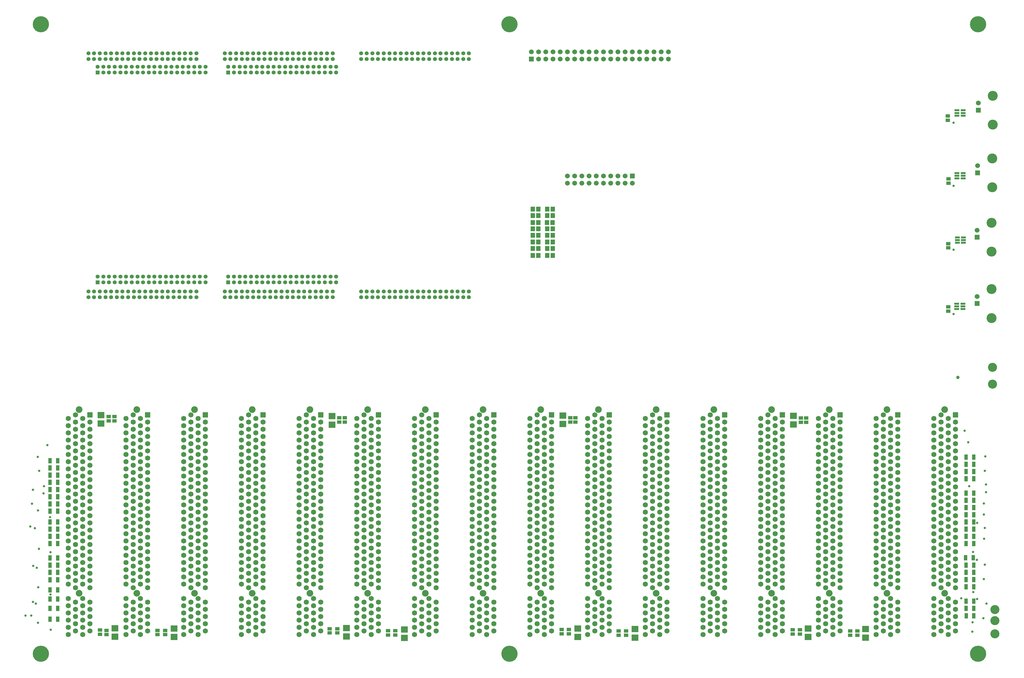
<source format=gts>
%FSLAX25Y25*%
%MOIN*%
G70*
G01*
G75*
G04 Layer_Color=8388736*
%ADD10R,0.05512X0.05906*%
%ADD11R,0.05512X0.04331*%
%ADD12R,0.05709X0.02165*%
%ADD13R,0.05709X0.02165*%
%ADD14R,0.04331X0.06693*%
%ADD15R,0.08661X0.07874*%
%ADD16C,0.00500*%
%ADD17C,0.01181*%
%ADD18C,0.01969*%
%ADD19C,0.04724*%
%ADD20R,0.04724X0.04724*%
%ADD21R,0.05906X0.05906*%
%ADD22C,0.05906*%
%ADD23C,0.12992*%
%ADD24C,0.11811*%
%ADD25R,0.06378X0.06378*%
%ADD26C,0.06378*%
%ADD27C,0.08425*%
%ADD28C,0.21654*%
%ADD29C,0.02362*%
%ADD30C,0.03937*%
%ADD31O,0.08661X0.02362*%
%ADD32R,0.04331X0.05512*%
%ADD33C,0.00787*%
%ADD34C,0.00394*%
%ADD35C,0.00098*%
%ADD36C,0.00984*%
%ADD37C,0.01000*%
%ADD38C,0.00098*%
%ADD39C,0.00800*%
%ADD40C,0.00591*%
%ADD41R,0.06312X0.06706*%
%ADD42R,0.06312X0.05131*%
%ADD43R,0.06509X0.02965*%
%ADD44R,0.06509X0.02965*%
%ADD45R,0.05131X0.07493*%
%ADD46R,0.09461X0.08674*%
%ADD47C,0.05524*%
%ADD48R,0.05524X0.05524*%
%ADD49R,0.06706X0.06706*%
%ADD50C,0.06706*%
%ADD51C,0.13792*%
%ADD52C,0.12611*%
%ADD53R,0.07178X0.07178*%
%ADD54C,0.07178*%
%ADD55C,0.09225*%
%ADD56C,0.22453*%
%ADD57C,0.03162*%
%ADD58C,0.04737*%
D41*
X898819Y924409D02*
D03*
X906693D02*
D03*
X898819Y888189D02*
D03*
X906693D02*
D03*
X898819Y915354D02*
D03*
X906693D02*
D03*
X898819Y878740D02*
D03*
X906693D02*
D03*
X898819Y869685D02*
D03*
X906693D02*
D03*
X898425Y905906D02*
D03*
X906299D02*
D03*
X898819Y860236D02*
D03*
X906693D02*
D03*
X898819Y897244D02*
D03*
X906693D02*
D03*
X886614Y860236D02*
D03*
X878740D02*
D03*
X886614Y869685D02*
D03*
X878740D02*
D03*
X886614Y878740D02*
D03*
X878740D02*
D03*
X886614Y888189D02*
D03*
X878740D02*
D03*
X886614Y897244D02*
D03*
X878740D02*
D03*
X886614Y905906D02*
D03*
X878740D02*
D03*
X886614Y915354D02*
D03*
X878740D02*
D03*
X886614Y924409D02*
D03*
X878740D02*
D03*
D42*
X1454724Y782874D02*
D03*
Y788779D02*
D03*
Y870669D02*
D03*
Y876575D02*
D03*
X1454331Y1047835D02*
D03*
Y1053740D02*
D03*
X1455118Y960433D02*
D03*
Y966339D02*
D03*
X298819Y636417D02*
D03*
Y630512D02*
D03*
X618110Y634842D02*
D03*
Y628937D02*
D03*
X937795Y634842D02*
D03*
Y628937D02*
D03*
X1257874Y634449D02*
D03*
Y628543D02*
D03*
X1318898Y338779D02*
D03*
Y332874D02*
D03*
X1239370Y334449D02*
D03*
Y340354D02*
D03*
X998032Y338779D02*
D03*
Y332874D02*
D03*
X918898Y334842D02*
D03*
Y340748D02*
D03*
X678346Y339173D02*
D03*
Y333268D02*
D03*
X597244Y336024D02*
D03*
Y341929D02*
D03*
X358661Y339567D02*
D03*
Y333661D02*
D03*
X287795Y333661D02*
D03*
Y339567D02*
D03*
X1250394Y634449D02*
D03*
Y628543D02*
D03*
X930709Y634842D02*
D03*
Y628937D02*
D03*
X610630Y634842D02*
D03*
Y628937D02*
D03*
X290945Y636417D02*
D03*
Y630512D02*
D03*
X1328740Y338779D02*
D03*
Y332874D02*
D03*
X1249213Y334449D02*
D03*
Y340354D02*
D03*
X1008268Y338779D02*
D03*
Y332874D02*
D03*
X928740Y334842D02*
D03*
Y340748D02*
D03*
X688189Y339173D02*
D03*
Y333268D02*
D03*
X607874Y336024D02*
D03*
Y341929D02*
D03*
X369291Y339567D02*
D03*
Y333661D02*
D03*
X278740Y334055D02*
D03*
Y339961D02*
D03*
D43*
X1467027Y1054134D02*
D03*
Y1057874D02*
D03*
Y1061614D02*
D03*
X1475492D02*
D03*
Y1057874D02*
D03*
X1467027Y967126D02*
D03*
Y970866D02*
D03*
Y974606D02*
D03*
X1475492D02*
D03*
Y970866D02*
D03*
X1467421Y877756D02*
D03*
Y881496D02*
D03*
Y885236D02*
D03*
X1475886D02*
D03*
Y881496D02*
D03*
X1466634Y785630D02*
D03*
Y789370D02*
D03*
Y793110D02*
D03*
X1475098D02*
D03*
Y789370D02*
D03*
D44*
X1475492Y1054134D02*
D03*
Y967126D02*
D03*
X1475886Y877756D02*
D03*
X1475098Y785630D02*
D03*
D45*
X1479724Y359842D02*
D03*
X1490354D02*
D03*
X1490315Y370000D02*
D03*
X1479685D02*
D03*
Y380000D02*
D03*
X1490315D02*
D03*
Y400000D02*
D03*
X1479685D02*
D03*
X1490315Y410000D02*
D03*
X1479685D02*
D03*
Y420000D02*
D03*
X1490315D02*
D03*
Y430000D02*
D03*
X1479685D02*
D03*
X1478937Y440551D02*
D03*
X1489567D02*
D03*
X1490315Y470000D02*
D03*
X1479685D02*
D03*
Y460000D02*
D03*
X1490315D02*
D03*
X1479685Y480000D02*
D03*
X1490315D02*
D03*
X1479685Y490000D02*
D03*
X1490315D02*
D03*
Y500000D02*
D03*
X1479685D02*
D03*
Y510000D02*
D03*
X1490315D02*
D03*
Y520000D02*
D03*
X1479685D02*
D03*
Y530000D02*
D03*
X1490315D02*
D03*
Y550000D02*
D03*
X1479685D02*
D03*
Y560000D02*
D03*
X1490315D02*
D03*
Y570000D02*
D03*
X1479685D02*
D03*
Y580000D02*
D03*
X1490315D02*
D03*
X209685Y355000D02*
D03*
X220315D02*
D03*
X209685Y370000D02*
D03*
X220315D02*
D03*
X220276Y395669D02*
D03*
X209646D02*
D03*
X220276Y383071D02*
D03*
X209646D02*
D03*
X220276Y409842D02*
D03*
X209646D02*
D03*
X209685Y420000D02*
D03*
X220315D02*
D03*
X209685Y430000D02*
D03*
X220315D02*
D03*
X209685Y440000D02*
D03*
X220315D02*
D03*
Y460000D02*
D03*
X209685D02*
D03*
Y470000D02*
D03*
X220315D02*
D03*
Y480000D02*
D03*
X209685D02*
D03*
Y490000D02*
D03*
X220315D02*
D03*
Y505000D02*
D03*
X209685D02*
D03*
Y515000D02*
D03*
X220315D02*
D03*
Y525000D02*
D03*
X209685D02*
D03*
X220315Y545000D02*
D03*
X209685D02*
D03*
Y535000D02*
D03*
X220315D02*
D03*
X209685Y555000D02*
D03*
X220315D02*
D03*
Y565000D02*
D03*
X209685D02*
D03*
Y575000D02*
D03*
X220315D02*
D03*
D46*
X280315Y626772D02*
D03*
Y638583D02*
D03*
X600394Y625197D02*
D03*
Y637008D02*
D03*
X920472Y625984D02*
D03*
Y637795D02*
D03*
X1240158Y625591D02*
D03*
Y637402D02*
D03*
X1340158Y329528D02*
D03*
Y341339D02*
D03*
X1260630Y342126D02*
D03*
Y330315D02*
D03*
X1020472Y329528D02*
D03*
Y341339D02*
D03*
X941339Y342126D02*
D03*
Y330315D02*
D03*
X700787Y329134D02*
D03*
Y340945D02*
D03*
X620472Y342913D02*
D03*
Y331102D02*
D03*
X381496Y330315D02*
D03*
Y342126D02*
D03*
X299606Y342520D02*
D03*
Y330709D02*
D03*
D47*
X317913Y1140748D02*
D03*
Y1132874D02*
D03*
X310039Y1140748D02*
D03*
Y1132874D02*
D03*
X302165D02*
D03*
Y1140748D02*
D03*
X278543D02*
D03*
Y1132874D02*
D03*
X286417D02*
D03*
Y1140748D02*
D03*
X294291Y1132874D02*
D03*
Y1140748D02*
D03*
X262795Y1132874D02*
D03*
Y1140748D02*
D03*
X270669Y1132874D02*
D03*
Y1140748D02*
D03*
X341535D02*
D03*
Y1132874D02*
D03*
X333661Y1140748D02*
D03*
Y1132874D02*
D03*
X325787D02*
D03*
Y1140748D02*
D03*
X365158D02*
D03*
Y1132874D02*
D03*
X357283Y1140748D02*
D03*
Y1132874D02*
D03*
X349410D02*
D03*
Y1140748D02*
D03*
X388779D02*
D03*
Y1132874D02*
D03*
X380906Y1140748D02*
D03*
Y1132874D02*
D03*
X373031D02*
D03*
Y1140748D02*
D03*
X396654D02*
D03*
Y1132874D02*
D03*
X404528D02*
D03*
Y1140748D02*
D03*
X412402Y1132874D02*
D03*
Y1140748D02*
D03*
X506890D02*
D03*
Y1132874D02*
D03*
X499016Y1140748D02*
D03*
Y1132874D02*
D03*
X491142D02*
D03*
Y1140748D02*
D03*
X467520D02*
D03*
Y1132874D02*
D03*
X475394D02*
D03*
Y1140748D02*
D03*
X483268Y1132874D02*
D03*
Y1140748D02*
D03*
X451772Y1132874D02*
D03*
Y1140748D02*
D03*
X459646Y1132874D02*
D03*
Y1140748D02*
D03*
X530512D02*
D03*
Y1132874D02*
D03*
X522638Y1140748D02*
D03*
Y1132874D02*
D03*
X514764D02*
D03*
Y1140748D02*
D03*
X554134D02*
D03*
Y1132874D02*
D03*
X546260Y1140748D02*
D03*
Y1132874D02*
D03*
X538386D02*
D03*
Y1140748D02*
D03*
X577756D02*
D03*
Y1132874D02*
D03*
X569882Y1140748D02*
D03*
Y1132874D02*
D03*
X562008D02*
D03*
Y1140748D02*
D03*
X585630D02*
D03*
Y1132874D02*
D03*
X593504D02*
D03*
Y1140748D02*
D03*
X601378Y1132874D02*
D03*
Y1140748D02*
D03*
X790354D02*
D03*
Y1132874D02*
D03*
X782480Y1140748D02*
D03*
Y1132874D02*
D03*
X774606D02*
D03*
Y1140748D02*
D03*
X750984D02*
D03*
Y1132874D02*
D03*
X758858D02*
D03*
Y1140748D02*
D03*
X766732Y1132874D02*
D03*
Y1140748D02*
D03*
X727362D02*
D03*
Y1132874D02*
D03*
X735236D02*
D03*
Y1140748D02*
D03*
X743110Y1132874D02*
D03*
Y1140748D02*
D03*
X703740D02*
D03*
Y1132874D02*
D03*
X711614D02*
D03*
Y1140748D02*
D03*
X719488Y1132874D02*
D03*
Y1140748D02*
D03*
X648622D02*
D03*
Y1132874D02*
D03*
X640748Y1140748D02*
D03*
Y1132874D02*
D03*
X672244Y1140748D02*
D03*
Y1132874D02*
D03*
X664370Y1140748D02*
D03*
Y1132874D02*
D03*
X656496D02*
D03*
Y1140748D02*
D03*
X680118D02*
D03*
Y1132874D02*
D03*
X687992D02*
D03*
Y1140748D02*
D03*
X695866Y1132874D02*
D03*
Y1140748D02*
D03*
X357283Y802165D02*
D03*
Y810039D02*
D03*
X365158Y802165D02*
D03*
Y810039D02*
D03*
X373031D02*
D03*
Y802165D02*
D03*
X396654D02*
D03*
Y810039D02*
D03*
X388779D02*
D03*
Y802165D02*
D03*
X380906Y810039D02*
D03*
Y802165D02*
D03*
X412402Y810039D02*
D03*
Y802165D02*
D03*
X404528Y810039D02*
D03*
Y802165D02*
D03*
X333661D02*
D03*
Y810039D02*
D03*
X341535Y802165D02*
D03*
Y810039D02*
D03*
X349409D02*
D03*
Y802165D02*
D03*
X310039D02*
D03*
Y810039D02*
D03*
X317913Y802165D02*
D03*
Y810039D02*
D03*
X325787D02*
D03*
Y802165D02*
D03*
X286417D02*
D03*
Y810039D02*
D03*
X294291Y802165D02*
D03*
Y810039D02*
D03*
X302165D02*
D03*
Y802165D02*
D03*
X278543D02*
D03*
Y810039D02*
D03*
X270669D02*
D03*
Y802165D02*
D03*
X262795Y810039D02*
D03*
Y802165D02*
D03*
X451772D02*
D03*
Y810039D02*
D03*
X459646Y802165D02*
D03*
Y810039D02*
D03*
X467520D02*
D03*
Y802165D02*
D03*
X491142D02*
D03*
Y810039D02*
D03*
X483268D02*
D03*
Y802165D02*
D03*
X475394Y810039D02*
D03*
Y802165D02*
D03*
X514764D02*
D03*
Y810039D02*
D03*
X506890D02*
D03*
Y802165D02*
D03*
X499016Y810039D02*
D03*
Y802165D02*
D03*
X538386D02*
D03*
Y810039D02*
D03*
X530512D02*
D03*
Y802165D02*
D03*
X522638Y810039D02*
D03*
Y802165D02*
D03*
X593504D02*
D03*
Y810039D02*
D03*
X601378Y802165D02*
D03*
Y810039D02*
D03*
X569882Y802165D02*
D03*
Y810039D02*
D03*
X577756Y802165D02*
D03*
Y810039D02*
D03*
X585630D02*
D03*
Y802165D02*
D03*
X562008D02*
D03*
Y810039D02*
D03*
X554134D02*
D03*
Y802165D02*
D03*
X546260Y810039D02*
D03*
Y802165D02*
D03*
X640748D02*
D03*
Y810039D02*
D03*
X648622Y802165D02*
D03*
Y810039D02*
D03*
X656496D02*
D03*
Y802165D02*
D03*
X680118D02*
D03*
Y810039D02*
D03*
X672244D02*
D03*
Y802165D02*
D03*
X664370Y810039D02*
D03*
Y802165D02*
D03*
X703740D02*
D03*
Y810039D02*
D03*
X695866D02*
D03*
Y802165D02*
D03*
X687992Y810039D02*
D03*
Y802165D02*
D03*
X727362D02*
D03*
Y810039D02*
D03*
X719488D02*
D03*
Y802165D02*
D03*
X711614Y810039D02*
D03*
Y802165D02*
D03*
X782480D02*
D03*
Y810039D02*
D03*
X790354Y802165D02*
D03*
Y810039D02*
D03*
X758858Y802165D02*
D03*
Y810039D02*
D03*
X766732Y802165D02*
D03*
Y810039D02*
D03*
X774606D02*
D03*
Y802165D02*
D03*
X750984D02*
D03*
Y810039D02*
D03*
X743110D02*
D03*
Y802165D02*
D03*
X735236Y810039D02*
D03*
Y802165D02*
D03*
X606299Y830709D02*
D03*
X598425D02*
D03*
X590551D02*
D03*
X582677D02*
D03*
X574803D02*
D03*
X566929D02*
D03*
X559055D02*
D03*
X551181D02*
D03*
X543307D02*
D03*
X535433D02*
D03*
X527559D02*
D03*
X519685D02*
D03*
X511811D02*
D03*
X503937D02*
D03*
X496063D02*
D03*
X488189D02*
D03*
X480315D02*
D03*
X472441D02*
D03*
X464567D02*
D03*
X456693D02*
D03*
X606299Y822835D02*
D03*
X598425D02*
D03*
X590551D02*
D03*
X582677D02*
D03*
X574803D02*
D03*
X566929D02*
D03*
X559055D02*
D03*
X551181D02*
D03*
X543307D02*
D03*
X535433D02*
D03*
X527559D02*
D03*
X519685D02*
D03*
X511811D02*
D03*
X503937D02*
D03*
X496063D02*
D03*
X488189D02*
D03*
X480315D02*
D03*
X472441D02*
D03*
X464567D02*
D03*
X425197Y1122047D02*
D03*
X417323D02*
D03*
X409449D02*
D03*
X401575D02*
D03*
X393701D02*
D03*
X385827D02*
D03*
X377953D02*
D03*
X370079D02*
D03*
X362205D02*
D03*
X354331D02*
D03*
X346457D02*
D03*
X338583D02*
D03*
X330709D02*
D03*
X322835D02*
D03*
X314961D02*
D03*
X307087D02*
D03*
X299213D02*
D03*
X291339D02*
D03*
X283465D02*
D03*
X275590D02*
D03*
X425197Y1114173D02*
D03*
X417323D02*
D03*
X409449D02*
D03*
X401575D02*
D03*
X393701D02*
D03*
X385827D02*
D03*
X377953D02*
D03*
X370079D02*
D03*
X362205D02*
D03*
X354331D02*
D03*
X346457D02*
D03*
X338583D02*
D03*
X330709D02*
D03*
X322835D02*
D03*
X314961D02*
D03*
X307087D02*
D03*
X299213D02*
D03*
X291339D02*
D03*
X283465D02*
D03*
X606299Y1122047D02*
D03*
X598425D02*
D03*
X590551D02*
D03*
X582677D02*
D03*
X574803D02*
D03*
X566929D02*
D03*
X559055D02*
D03*
X551181D02*
D03*
X543307D02*
D03*
X535433D02*
D03*
X527559D02*
D03*
X519685D02*
D03*
X511811D02*
D03*
X503937D02*
D03*
X496063D02*
D03*
X488189D02*
D03*
X480315D02*
D03*
X472441D02*
D03*
X464567D02*
D03*
X456693D02*
D03*
X606299Y1114173D02*
D03*
X598425D02*
D03*
X590551D02*
D03*
X582677D02*
D03*
X574803D02*
D03*
X566929D02*
D03*
X559055D02*
D03*
X551181D02*
D03*
X543307D02*
D03*
X535433D02*
D03*
X527559D02*
D03*
X519685D02*
D03*
X511811D02*
D03*
X503937D02*
D03*
X496063D02*
D03*
X488189D02*
D03*
X480315D02*
D03*
X472441D02*
D03*
X464567D02*
D03*
X425197Y830709D02*
D03*
X417323D02*
D03*
X409449D02*
D03*
X401575D02*
D03*
X393701D02*
D03*
X385827D02*
D03*
X377953D02*
D03*
X370079D02*
D03*
X362205D02*
D03*
X354331D02*
D03*
X346457D02*
D03*
X338583D02*
D03*
X330709D02*
D03*
X322835D02*
D03*
X314961D02*
D03*
X307087D02*
D03*
X299213D02*
D03*
X291339D02*
D03*
X283465D02*
D03*
X275590D02*
D03*
X425197Y822835D02*
D03*
X417323D02*
D03*
X409449D02*
D03*
X401575D02*
D03*
X393701D02*
D03*
X385827D02*
D03*
X377953D02*
D03*
X370079D02*
D03*
X362205D02*
D03*
X354331D02*
D03*
X346457D02*
D03*
X338583D02*
D03*
X330709D02*
D03*
X322835D02*
D03*
X314961D02*
D03*
X307087D02*
D03*
X299213D02*
D03*
X291339D02*
D03*
X283465D02*
D03*
D48*
X456693D02*
D03*
X275590Y1114173D02*
D03*
X456693D02*
D03*
X275590Y822835D02*
D03*
D49*
X1016929Y970472D02*
D03*
X876772Y1132677D02*
D03*
X1496457Y1061811D02*
D03*
X1495669Y974803D02*
D03*
X1494882Y885433D02*
D03*
Y793307D02*
D03*
D50*
X1016929Y960472D02*
D03*
X1006929Y970472D02*
D03*
Y960472D02*
D03*
X996929Y970472D02*
D03*
Y960472D02*
D03*
X986929Y970472D02*
D03*
Y960472D02*
D03*
X976929Y970472D02*
D03*
Y960472D02*
D03*
X966929Y970472D02*
D03*
Y960472D02*
D03*
X956929Y970472D02*
D03*
Y960472D02*
D03*
X946929Y970472D02*
D03*
Y960472D02*
D03*
X936929Y970472D02*
D03*
Y960472D02*
D03*
X926929Y970472D02*
D03*
Y960472D02*
D03*
X1066772Y1142677D02*
D03*
Y1132677D02*
D03*
X1056772Y1142677D02*
D03*
Y1132677D02*
D03*
X1046772Y1142677D02*
D03*
Y1132677D02*
D03*
X1036772Y1142677D02*
D03*
Y1132677D02*
D03*
X1026772Y1142677D02*
D03*
Y1132677D02*
D03*
X1016772Y1142677D02*
D03*
Y1132677D02*
D03*
X1006772Y1142677D02*
D03*
Y1132677D02*
D03*
X996772Y1142677D02*
D03*
Y1132677D02*
D03*
X986772Y1142677D02*
D03*
Y1132677D02*
D03*
X976772Y1142677D02*
D03*
Y1132677D02*
D03*
X966772Y1142677D02*
D03*
Y1132677D02*
D03*
X956772Y1142677D02*
D03*
Y1132677D02*
D03*
X946772Y1142677D02*
D03*
Y1132677D02*
D03*
X936772Y1142677D02*
D03*
Y1132677D02*
D03*
X926772Y1142677D02*
D03*
Y1132677D02*
D03*
X916772Y1142677D02*
D03*
Y1132677D02*
D03*
X906772Y1142677D02*
D03*
Y1132677D02*
D03*
X896772Y1142677D02*
D03*
Y1132677D02*
D03*
X886772Y1142677D02*
D03*
Y1132677D02*
D03*
X876772Y1142677D02*
D03*
X1496457Y1071653D02*
D03*
X1495669Y984646D02*
D03*
X1494882Y895276D02*
D03*
Y803150D02*
D03*
D51*
X1516535Y1041732D02*
D03*
Y1081890D02*
D03*
X1515748Y954724D02*
D03*
Y994882D02*
D03*
X1514961Y865354D02*
D03*
Y905512D02*
D03*
Y773228D02*
D03*
Y813386D02*
D03*
D52*
X1516142Y704724D02*
D03*
Y681496D02*
D03*
X1519685Y368504D02*
D03*
Y353150D02*
D03*
Y334646D02*
D03*
D53*
X825000Y638750D02*
D03*
X745000D02*
D03*
X665000D02*
D03*
X585000D02*
D03*
X505000D02*
D03*
X425000D02*
D03*
X345000D02*
D03*
X1465000D02*
D03*
X1385000D02*
D03*
X1305000D02*
D03*
X1225000D02*
D03*
X1145000D02*
D03*
X1065000D02*
D03*
X985000D02*
D03*
X905000D02*
D03*
X265000D02*
D03*
D54*
X805000Y338750D02*
D03*
X795000Y333750D02*
D03*
X825000Y338750D02*
D03*
X815000Y333750D02*
D03*
X805000Y348750D02*
D03*
X795000Y343750D02*
D03*
X825000Y348750D02*
D03*
X815000Y343750D02*
D03*
X805000Y358750D02*
D03*
X795000Y353750D02*
D03*
X825000Y358750D02*
D03*
X815000Y353750D02*
D03*
X805000Y368750D02*
D03*
X795000Y363750D02*
D03*
X825000Y368750D02*
D03*
X815000Y363750D02*
D03*
X805000Y378750D02*
D03*
X795000Y373750D02*
D03*
X825000Y378750D02*
D03*
X815000Y373750D02*
D03*
X805000Y398750D02*
D03*
X795000Y383750D02*
D03*
X825000Y398750D02*
D03*
X815000Y383750D02*
D03*
X805000Y408750D02*
D03*
X795000Y403750D02*
D03*
X825000Y408750D02*
D03*
X815000Y403750D02*
D03*
X805000Y418750D02*
D03*
X795000Y413750D02*
D03*
X825000Y418750D02*
D03*
X815000Y413750D02*
D03*
X805000Y428750D02*
D03*
X795000Y423750D02*
D03*
X825000Y428750D02*
D03*
X815000Y423750D02*
D03*
X805000Y438750D02*
D03*
X795000Y433750D02*
D03*
X825000Y438750D02*
D03*
X815000Y433750D02*
D03*
X805000Y448750D02*
D03*
X795000Y443750D02*
D03*
X825000Y448750D02*
D03*
X815000Y443750D02*
D03*
X805000Y458750D02*
D03*
X795000Y453750D02*
D03*
X825000Y458750D02*
D03*
X815000Y453750D02*
D03*
X805000Y468750D02*
D03*
X795000Y463750D02*
D03*
X825000Y468750D02*
D03*
X815000Y463750D02*
D03*
X805000Y478750D02*
D03*
X795000Y473750D02*
D03*
X825000Y478750D02*
D03*
X815000Y473750D02*
D03*
X805000Y488750D02*
D03*
X795000Y483750D02*
D03*
X825000Y488750D02*
D03*
X815000Y483750D02*
D03*
X805000Y498750D02*
D03*
X795000Y493750D02*
D03*
X825000Y498750D02*
D03*
X815000Y493750D02*
D03*
X805000Y508750D02*
D03*
X795000Y503750D02*
D03*
X825000Y508750D02*
D03*
X815000Y503750D02*
D03*
X805000Y518750D02*
D03*
X795000Y513750D02*
D03*
X825000Y518750D02*
D03*
X815000Y513750D02*
D03*
X805000Y528750D02*
D03*
X795000Y523750D02*
D03*
X825000Y528750D02*
D03*
X815000Y523750D02*
D03*
X805000Y538750D02*
D03*
X795000Y533750D02*
D03*
X825000Y538750D02*
D03*
X815000Y533750D02*
D03*
X805000Y548750D02*
D03*
X795000Y543750D02*
D03*
X825000Y548750D02*
D03*
X815000Y543750D02*
D03*
X805000Y558750D02*
D03*
X795000Y553750D02*
D03*
X825000Y558750D02*
D03*
X815000Y553750D02*
D03*
X805000Y568750D02*
D03*
X795000Y563750D02*
D03*
X825000Y568750D02*
D03*
X815000Y563750D02*
D03*
X805000Y578750D02*
D03*
X795000Y573750D02*
D03*
X825000Y578750D02*
D03*
X815000Y573750D02*
D03*
X805000Y588750D02*
D03*
X795000Y583750D02*
D03*
X825000Y588750D02*
D03*
X815000Y583750D02*
D03*
X805000Y598750D02*
D03*
X795000Y593750D02*
D03*
X825000Y598750D02*
D03*
X815000Y593750D02*
D03*
X805000Y608750D02*
D03*
X795000Y603750D02*
D03*
X825000Y608750D02*
D03*
X815000Y603750D02*
D03*
X805000Y618750D02*
D03*
X795000Y613750D02*
D03*
X825000Y618750D02*
D03*
X815000Y613750D02*
D03*
X805000Y628750D02*
D03*
X795000Y623750D02*
D03*
X825000Y628750D02*
D03*
X815000Y623750D02*
D03*
X805000Y638750D02*
D03*
X795000Y633750D02*
D03*
X815000D02*
D03*
X725000Y338750D02*
D03*
X715000Y333750D02*
D03*
X745000Y338750D02*
D03*
X735000Y333750D02*
D03*
X725000Y348750D02*
D03*
X715000Y343750D02*
D03*
X745000Y348750D02*
D03*
X735000Y343750D02*
D03*
X725000Y358750D02*
D03*
X715000Y353750D02*
D03*
X745000Y358750D02*
D03*
X735000Y353750D02*
D03*
X725000Y368750D02*
D03*
X715000Y363750D02*
D03*
X745000Y368750D02*
D03*
X735000Y363750D02*
D03*
X725000Y378750D02*
D03*
X715000Y373750D02*
D03*
X745000Y378750D02*
D03*
X735000Y373750D02*
D03*
X725000Y398750D02*
D03*
X715000Y383750D02*
D03*
X745000Y398750D02*
D03*
X735000Y383750D02*
D03*
X725000Y408750D02*
D03*
X715000Y403750D02*
D03*
X745000Y408750D02*
D03*
X735000Y403750D02*
D03*
X725000Y418750D02*
D03*
X715000Y413750D02*
D03*
X745000Y418750D02*
D03*
X735000Y413750D02*
D03*
X725000Y428750D02*
D03*
X715000Y423750D02*
D03*
X745000Y428750D02*
D03*
X735000Y423750D02*
D03*
X725000Y438750D02*
D03*
X715000Y433750D02*
D03*
X745000Y438750D02*
D03*
X735000Y433750D02*
D03*
X725000Y448750D02*
D03*
X715000Y443750D02*
D03*
X745000Y448750D02*
D03*
X735000Y443750D02*
D03*
X725000Y458750D02*
D03*
X715000Y453750D02*
D03*
X745000Y458750D02*
D03*
X735000Y453750D02*
D03*
X725000Y468750D02*
D03*
X715000Y463750D02*
D03*
X745000Y468750D02*
D03*
X735000Y463750D02*
D03*
X725000Y478750D02*
D03*
X715000Y473750D02*
D03*
X745000Y478750D02*
D03*
X735000Y473750D02*
D03*
X725000Y488750D02*
D03*
X715000Y483750D02*
D03*
X745000Y488750D02*
D03*
X735000Y483750D02*
D03*
X725000Y498750D02*
D03*
X715000Y493750D02*
D03*
X745000Y498750D02*
D03*
X735000Y493750D02*
D03*
X725000Y508750D02*
D03*
X715000Y503750D02*
D03*
X745000Y508750D02*
D03*
X735000Y503750D02*
D03*
X725000Y518750D02*
D03*
X715000Y513750D02*
D03*
X745000Y518750D02*
D03*
X735000Y513750D02*
D03*
X725000Y528750D02*
D03*
X715000Y523750D02*
D03*
X745000Y528750D02*
D03*
X735000Y523750D02*
D03*
X725000Y538750D02*
D03*
X715000Y533750D02*
D03*
X745000Y538750D02*
D03*
X735000Y533750D02*
D03*
X725000Y548750D02*
D03*
X715000Y543750D02*
D03*
X745000Y548750D02*
D03*
X735000Y543750D02*
D03*
X725000Y558750D02*
D03*
X715000Y553750D02*
D03*
X745000Y558750D02*
D03*
X735000Y553750D02*
D03*
X725000Y568750D02*
D03*
X715000Y563750D02*
D03*
X745000Y568750D02*
D03*
X735000Y563750D02*
D03*
X725000Y578750D02*
D03*
X715000Y573750D02*
D03*
X745000Y578750D02*
D03*
X735000Y573750D02*
D03*
X725000Y588750D02*
D03*
X715000Y583750D02*
D03*
X745000Y588750D02*
D03*
X735000Y583750D02*
D03*
X725000Y598750D02*
D03*
X715000Y593750D02*
D03*
X745000Y598750D02*
D03*
X735000Y593750D02*
D03*
X725000Y608750D02*
D03*
X715000Y603750D02*
D03*
X745000Y608750D02*
D03*
X735000Y603750D02*
D03*
X725000Y618750D02*
D03*
X715000Y613750D02*
D03*
X745000Y618750D02*
D03*
X735000Y613750D02*
D03*
X725000Y628750D02*
D03*
X715000Y623750D02*
D03*
X745000Y628750D02*
D03*
X735000Y623750D02*
D03*
X725000Y638750D02*
D03*
X715000Y633750D02*
D03*
X735000D02*
D03*
X645000Y338750D02*
D03*
X635000Y333750D02*
D03*
X665000Y338750D02*
D03*
X655000Y333750D02*
D03*
X645000Y348750D02*
D03*
X635000Y343750D02*
D03*
X665000Y348750D02*
D03*
X655000Y343750D02*
D03*
X645000Y358750D02*
D03*
X635000Y353750D02*
D03*
X665000Y358750D02*
D03*
X655000Y353750D02*
D03*
X645000Y368750D02*
D03*
X635000Y363750D02*
D03*
X665000Y368750D02*
D03*
X655000Y363750D02*
D03*
X645000Y378750D02*
D03*
X635000Y373750D02*
D03*
X665000Y378750D02*
D03*
X655000Y373750D02*
D03*
X645000Y398750D02*
D03*
X635000Y383750D02*
D03*
X665000Y398750D02*
D03*
X655000Y383750D02*
D03*
X645000Y408750D02*
D03*
X635000Y403750D02*
D03*
X665000Y408750D02*
D03*
X655000Y403750D02*
D03*
X645000Y418750D02*
D03*
X635000Y413750D02*
D03*
X665000Y418750D02*
D03*
X655000Y413750D02*
D03*
X645000Y428750D02*
D03*
X635000Y423750D02*
D03*
X665000Y428750D02*
D03*
X655000Y423750D02*
D03*
X645000Y438750D02*
D03*
X635000Y433750D02*
D03*
X665000Y438750D02*
D03*
X655000Y433750D02*
D03*
X645000Y448750D02*
D03*
X635000Y443750D02*
D03*
X665000Y448750D02*
D03*
X655000Y443750D02*
D03*
X645000Y458750D02*
D03*
X635000Y453750D02*
D03*
X665000Y458750D02*
D03*
X655000Y453750D02*
D03*
X645000Y468750D02*
D03*
X635000Y463750D02*
D03*
X665000Y468750D02*
D03*
X655000Y463750D02*
D03*
X645000Y478750D02*
D03*
X635000Y473750D02*
D03*
X665000Y478750D02*
D03*
X655000Y473750D02*
D03*
X645000Y488750D02*
D03*
X635000Y483750D02*
D03*
X665000Y488750D02*
D03*
X655000Y483750D02*
D03*
X645000Y498750D02*
D03*
X635000Y493750D02*
D03*
X665000Y498750D02*
D03*
X655000Y493750D02*
D03*
X645000Y508750D02*
D03*
X635000Y503750D02*
D03*
X665000Y508750D02*
D03*
X655000Y503750D02*
D03*
X645000Y518750D02*
D03*
X635000Y513750D02*
D03*
X665000Y518750D02*
D03*
X655000Y513750D02*
D03*
X645000Y528750D02*
D03*
X635000Y523750D02*
D03*
X665000Y528750D02*
D03*
X655000Y523750D02*
D03*
X645000Y538750D02*
D03*
X635000Y533750D02*
D03*
X665000Y538750D02*
D03*
X655000Y533750D02*
D03*
X645000Y548750D02*
D03*
X635000Y543750D02*
D03*
X665000Y548750D02*
D03*
X655000Y543750D02*
D03*
X645000Y558750D02*
D03*
X635000Y553750D02*
D03*
X665000Y558750D02*
D03*
X655000Y553750D02*
D03*
X645000Y568750D02*
D03*
X635000Y563750D02*
D03*
X665000Y568750D02*
D03*
X655000Y563750D02*
D03*
X645000Y578750D02*
D03*
X635000Y573750D02*
D03*
X665000Y578750D02*
D03*
X655000Y573750D02*
D03*
X645000Y588750D02*
D03*
X635000Y583750D02*
D03*
X665000Y588750D02*
D03*
X655000Y583750D02*
D03*
X645000Y598750D02*
D03*
X635000Y593750D02*
D03*
X665000Y598750D02*
D03*
X655000Y593750D02*
D03*
X645000Y608750D02*
D03*
X635000Y603750D02*
D03*
X665000Y608750D02*
D03*
X655000Y603750D02*
D03*
X645000Y618750D02*
D03*
X635000Y613750D02*
D03*
X665000Y618750D02*
D03*
X655000Y613750D02*
D03*
X645000Y628750D02*
D03*
X635000Y623750D02*
D03*
X665000Y628750D02*
D03*
X655000Y623750D02*
D03*
X645000Y638750D02*
D03*
X635000Y633750D02*
D03*
X655000D02*
D03*
X565000Y338750D02*
D03*
X555000Y333750D02*
D03*
X585000Y338750D02*
D03*
X575000Y333750D02*
D03*
X565000Y348750D02*
D03*
X555000Y343750D02*
D03*
X585000Y348750D02*
D03*
X575000Y343750D02*
D03*
X565000Y358750D02*
D03*
X555000Y353750D02*
D03*
X585000Y358750D02*
D03*
X575000Y353750D02*
D03*
X565000Y368750D02*
D03*
X555000Y363750D02*
D03*
X585000Y368750D02*
D03*
X575000Y363750D02*
D03*
X565000Y378750D02*
D03*
X555000Y373750D02*
D03*
X585000Y378750D02*
D03*
X575000Y373750D02*
D03*
X565000Y398750D02*
D03*
X555000Y383750D02*
D03*
X585000Y398750D02*
D03*
X575000Y383750D02*
D03*
X565000Y408750D02*
D03*
X555000Y403750D02*
D03*
X585000Y408750D02*
D03*
X575000Y403750D02*
D03*
X565000Y418750D02*
D03*
X555000Y413750D02*
D03*
X585000Y418750D02*
D03*
X575000Y413750D02*
D03*
X565000Y428750D02*
D03*
X555000Y423750D02*
D03*
X585000Y428750D02*
D03*
X575000Y423750D02*
D03*
X565000Y438750D02*
D03*
X555000Y433750D02*
D03*
X585000Y438750D02*
D03*
X575000Y433750D02*
D03*
X565000Y448750D02*
D03*
X555000Y443750D02*
D03*
X585000Y448750D02*
D03*
X575000Y443750D02*
D03*
X565000Y458750D02*
D03*
X555000Y453750D02*
D03*
X585000Y458750D02*
D03*
X575000Y453750D02*
D03*
X565000Y468750D02*
D03*
X555000Y463750D02*
D03*
X585000Y468750D02*
D03*
X575000Y463750D02*
D03*
X565000Y478750D02*
D03*
X555000Y473750D02*
D03*
X585000Y478750D02*
D03*
X575000Y473750D02*
D03*
X565000Y488750D02*
D03*
X555000Y483750D02*
D03*
X585000Y488750D02*
D03*
X575000Y483750D02*
D03*
X565000Y498750D02*
D03*
X555000Y493750D02*
D03*
X585000Y498750D02*
D03*
X575000Y493750D02*
D03*
X565000Y508750D02*
D03*
X555000Y503750D02*
D03*
X585000Y508750D02*
D03*
X575000Y503750D02*
D03*
X565000Y518750D02*
D03*
X555000Y513750D02*
D03*
X585000Y518750D02*
D03*
X575000Y513750D02*
D03*
X565000Y528750D02*
D03*
X555000Y523750D02*
D03*
X585000Y528750D02*
D03*
X575000Y523750D02*
D03*
X565000Y538750D02*
D03*
X555000Y533750D02*
D03*
X585000Y538750D02*
D03*
X575000Y533750D02*
D03*
X565000Y548750D02*
D03*
X555000Y543750D02*
D03*
X585000Y548750D02*
D03*
X575000Y543750D02*
D03*
X565000Y558750D02*
D03*
X555000Y553750D02*
D03*
X585000Y558750D02*
D03*
X575000Y553750D02*
D03*
X565000Y568750D02*
D03*
X555000Y563750D02*
D03*
X585000Y568750D02*
D03*
X575000Y563750D02*
D03*
X565000Y578750D02*
D03*
X555000Y573750D02*
D03*
X585000Y578750D02*
D03*
X575000Y573750D02*
D03*
X565000Y588750D02*
D03*
X555000Y583750D02*
D03*
X585000Y588750D02*
D03*
X575000Y583750D02*
D03*
X565000Y598750D02*
D03*
X555000Y593750D02*
D03*
X585000Y598750D02*
D03*
X575000Y593750D02*
D03*
X565000Y608750D02*
D03*
X555000Y603750D02*
D03*
X585000Y608750D02*
D03*
X575000Y603750D02*
D03*
X565000Y618750D02*
D03*
X555000Y613750D02*
D03*
X585000Y618750D02*
D03*
X575000Y613750D02*
D03*
X565000Y628750D02*
D03*
X555000Y623750D02*
D03*
X585000Y628750D02*
D03*
X575000Y623750D02*
D03*
X565000Y638750D02*
D03*
X555000Y633750D02*
D03*
X575000D02*
D03*
X485000Y338750D02*
D03*
X475000Y333750D02*
D03*
X505000Y338750D02*
D03*
X495000Y333750D02*
D03*
X485000Y348750D02*
D03*
X475000Y343750D02*
D03*
X505000Y348750D02*
D03*
X495000Y343750D02*
D03*
X485000Y358750D02*
D03*
X475000Y353750D02*
D03*
X505000Y358750D02*
D03*
X495000Y353750D02*
D03*
X485000Y368750D02*
D03*
X475000Y363750D02*
D03*
X505000Y368750D02*
D03*
X495000Y363750D02*
D03*
X485000Y378750D02*
D03*
X475000Y373750D02*
D03*
X505000Y378750D02*
D03*
X495000Y373750D02*
D03*
X485000Y398750D02*
D03*
X475000Y383750D02*
D03*
X505000Y398750D02*
D03*
X495000Y383750D02*
D03*
X485000Y408750D02*
D03*
X475000Y403750D02*
D03*
X505000Y408750D02*
D03*
X495000Y403750D02*
D03*
X485000Y418750D02*
D03*
X475000Y413750D02*
D03*
X505000Y418750D02*
D03*
X495000Y413750D02*
D03*
X485000Y428750D02*
D03*
X475000Y423750D02*
D03*
X505000Y428750D02*
D03*
X495000Y423750D02*
D03*
X485000Y438750D02*
D03*
X475000Y433750D02*
D03*
X505000Y438750D02*
D03*
X495000Y433750D02*
D03*
X485000Y448750D02*
D03*
X475000Y443750D02*
D03*
X505000Y448750D02*
D03*
X495000Y443750D02*
D03*
X485000Y458750D02*
D03*
X475000Y453750D02*
D03*
X505000Y458750D02*
D03*
X495000Y453750D02*
D03*
X485000Y468750D02*
D03*
X475000Y463750D02*
D03*
X505000Y468750D02*
D03*
X495000Y463750D02*
D03*
X485000Y478750D02*
D03*
X475000Y473750D02*
D03*
X505000Y478750D02*
D03*
X495000Y473750D02*
D03*
X485000Y488750D02*
D03*
X475000Y483750D02*
D03*
X505000Y488750D02*
D03*
X495000Y483750D02*
D03*
X485000Y498750D02*
D03*
X475000Y493750D02*
D03*
X505000Y498750D02*
D03*
X495000Y493750D02*
D03*
X485000Y508750D02*
D03*
X475000Y503750D02*
D03*
X505000Y508750D02*
D03*
X495000Y503750D02*
D03*
X485000Y518750D02*
D03*
X475000Y513750D02*
D03*
X505000Y518750D02*
D03*
X495000Y513750D02*
D03*
X485000Y528750D02*
D03*
X475000Y523750D02*
D03*
X505000Y528750D02*
D03*
X495000Y523750D02*
D03*
X485000Y538750D02*
D03*
X475000Y533750D02*
D03*
X505000Y538750D02*
D03*
X495000Y533750D02*
D03*
X485000Y548750D02*
D03*
X475000Y543750D02*
D03*
X505000Y548750D02*
D03*
X495000Y543750D02*
D03*
X485000Y558750D02*
D03*
X475000Y553750D02*
D03*
X505000Y558750D02*
D03*
X495000Y553750D02*
D03*
X485000Y568750D02*
D03*
X475000Y563750D02*
D03*
X505000Y568750D02*
D03*
X495000Y563750D02*
D03*
X485000Y578750D02*
D03*
X475000Y573750D02*
D03*
X505000Y578750D02*
D03*
X495000Y573750D02*
D03*
X485000Y588750D02*
D03*
X475000Y583750D02*
D03*
X505000Y588750D02*
D03*
X495000Y583750D02*
D03*
X485000Y598750D02*
D03*
X475000Y593750D02*
D03*
X505000Y598750D02*
D03*
X495000Y593750D02*
D03*
X485000Y608750D02*
D03*
X475000Y603750D02*
D03*
X505000Y608750D02*
D03*
X495000Y603750D02*
D03*
X485000Y618750D02*
D03*
X475000Y613750D02*
D03*
X505000Y618750D02*
D03*
X495000Y613750D02*
D03*
X485000Y628750D02*
D03*
X475000Y623750D02*
D03*
X505000Y628750D02*
D03*
X495000Y623750D02*
D03*
X485000Y638750D02*
D03*
X475000Y633750D02*
D03*
X495000D02*
D03*
X405000Y338750D02*
D03*
X395000Y333750D02*
D03*
X425000Y338750D02*
D03*
X415000Y333750D02*
D03*
X405000Y348750D02*
D03*
X395000Y343750D02*
D03*
X425000Y348750D02*
D03*
X415000Y343750D02*
D03*
X405000Y358750D02*
D03*
X395000Y353750D02*
D03*
X425000Y358750D02*
D03*
X415000Y353750D02*
D03*
X405000Y368750D02*
D03*
X395000Y363750D02*
D03*
X425000Y368750D02*
D03*
X415000Y363750D02*
D03*
X405000Y378750D02*
D03*
X395000Y373750D02*
D03*
X425000Y378750D02*
D03*
X415000Y373750D02*
D03*
X405000Y398750D02*
D03*
X395000Y383750D02*
D03*
X425000Y398750D02*
D03*
X415000Y383750D02*
D03*
X405000Y408750D02*
D03*
X395000Y403750D02*
D03*
X425000Y408750D02*
D03*
X415000Y403750D02*
D03*
X405000Y418750D02*
D03*
X395000Y413750D02*
D03*
X425000Y418750D02*
D03*
X415000Y413750D02*
D03*
X405000Y428750D02*
D03*
X395000Y423750D02*
D03*
X425000Y428750D02*
D03*
X415000Y423750D02*
D03*
X405000Y438750D02*
D03*
X395000Y433750D02*
D03*
X425000Y438750D02*
D03*
X415000Y433750D02*
D03*
X405000Y448750D02*
D03*
X395000Y443750D02*
D03*
X425000Y448750D02*
D03*
X415000Y443750D02*
D03*
X405000Y458750D02*
D03*
X395000Y453750D02*
D03*
X425000Y458750D02*
D03*
X415000Y453750D02*
D03*
X405000Y468750D02*
D03*
X395000Y463750D02*
D03*
X425000Y468750D02*
D03*
X415000Y463750D02*
D03*
X405000Y478750D02*
D03*
X395000Y473750D02*
D03*
X425000Y478750D02*
D03*
X415000Y473750D02*
D03*
X405000Y488750D02*
D03*
X395000Y483750D02*
D03*
X425000Y488750D02*
D03*
X415000Y483750D02*
D03*
X405000Y498750D02*
D03*
X395000Y493750D02*
D03*
X425000Y498750D02*
D03*
X415000Y493750D02*
D03*
X405000Y508750D02*
D03*
X395000Y503750D02*
D03*
X425000Y508750D02*
D03*
X415000Y503750D02*
D03*
X405000Y518750D02*
D03*
X395000Y513750D02*
D03*
X425000Y518750D02*
D03*
X415000Y513750D02*
D03*
X405000Y528750D02*
D03*
X395000Y523750D02*
D03*
X425000Y528750D02*
D03*
X415000Y523750D02*
D03*
X405000Y538750D02*
D03*
X395000Y533750D02*
D03*
X425000Y538750D02*
D03*
X415000Y533750D02*
D03*
X405000Y548750D02*
D03*
X395000Y543750D02*
D03*
X425000Y548750D02*
D03*
X415000Y543750D02*
D03*
X405000Y558750D02*
D03*
X395000Y553750D02*
D03*
X425000Y558750D02*
D03*
X415000Y553750D02*
D03*
X405000Y568750D02*
D03*
X395000Y563750D02*
D03*
X425000Y568750D02*
D03*
X415000Y563750D02*
D03*
X405000Y578750D02*
D03*
X395000Y573750D02*
D03*
X425000Y578750D02*
D03*
X415000Y573750D02*
D03*
X405000Y588750D02*
D03*
X395000Y583750D02*
D03*
X425000Y588750D02*
D03*
X415000Y583750D02*
D03*
X405000Y598750D02*
D03*
X395000Y593750D02*
D03*
X425000Y598750D02*
D03*
X415000Y593750D02*
D03*
X405000Y608750D02*
D03*
X395000Y603750D02*
D03*
X425000Y608750D02*
D03*
X415000Y603750D02*
D03*
X405000Y618750D02*
D03*
X395000Y613750D02*
D03*
X425000Y618750D02*
D03*
X415000Y613750D02*
D03*
X405000Y628750D02*
D03*
X395000Y623750D02*
D03*
X425000Y628750D02*
D03*
X415000Y623750D02*
D03*
X405000Y638750D02*
D03*
X395000Y633750D02*
D03*
X415000D02*
D03*
X325000Y338750D02*
D03*
X315000Y333750D02*
D03*
X345000Y338750D02*
D03*
X335000Y333750D02*
D03*
X325000Y348750D02*
D03*
X315000Y343750D02*
D03*
X345000Y348750D02*
D03*
X335000Y343750D02*
D03*
X325000Y358750D02*
D03*
X315000Y353750D02*
D03*
X345000Y358750D02*
D03*
X335000Y353750D02*
D03*
X325000Y368750D02*
D03*
X315000Y363750D02*
D03*
X345000Y368750D02*
D03*
X335000Y363750D02*
D03*
X325000Y378750D02*
D03*
X315000Y373750D02*
D03*
X345000Y378750D02*
D03*
X335000Y373750D02*
D03*
X325000Y398750D02*
D03*
X315000Y383750D02*
D03*
X345000Y398750D02*
D03*
X335000Y383750D02*
D03*
X325000Y408750D02*
D03*
X315000Y403750D02*
D03*
X345000Y408750D02*
D03*
X335000Y403750D02*
D03*
X325000Y418750D02*
D03*
X315000Y413750D02*
D03*
X345000Y418750D02*
D03*
X335000Y413750D02*
D03*
X325000Y428750D02*
D03*
X315000Y423750D02*
D03*
X345000Y428750D02*
D03*
X335000Y423750D02*
D03*
X325000Y438750D02*
D03*
X315000Y433750D02*
D03*
X345000Y438750D02*
D03*
X335000Y433750D02*
D03*
X325000Y448750D02*
D03*
X315000Y443750D02*
D03*
X345000Y448750D02*
D03*
X335000Y443750D02*
D03*
X325000Y458750D02*
D03*
X315000Y453750D02*
D03*
X345000Y458750D02*
D03*
X335000Y453750D02*
D03*
X325000Y468750D02*
D03*
X315000Y463750D02*
D03*
X345000Y468750D02*
D03*
X335000Y463750D02*
D03*
X325000Y478750D02*
D03*
X315000Y473750D02*
D03*
X345000Y478750D02*
D03*
X335000Y473750D02*
D03*
X325000Y488750D02*
D03*
X315000Y483750D02*
D03*
X345000Y488750D02*
D03*
X335000Y483750D02*
D03*
X325000Y498750D02*
D03*
X315000Y493750D02*
D03*
X345000Y498750D02*
D03*
X335000Y493750D02*
D03*
X325000Y508750D02*
D03*
X315000Y503750D02*
D03*
X345000Y508750D02*
D03*
X335000Y503750D02*
D03*
X325000Y518750D02*
D03*
X315000Y513750D02*
D03*
X345000Y518750D02*
D03*
X335000Y513750D02*
D03*
X325000Y528750D02*
D03*
X315000Y523750D02*
D03*
X345000Y528750D02*
D03*
X335000Y523750D02*
D03*
X325000Y538750D02*
D03*
X315000Y533750D02*
D03*
X345000Y538750D02*
D03*
X335000Y533750D02*
D03*
X325000Y548750D02*
D03*
X315000Y543750D02*
D03*
X345000Y548750D02*
D03*
X335000Y543750D02*
D03*
X325000Y558750D02*
D03*
X315000Y553750D02*
D03*
X345000Y558750D02*
D03*
X335000Y553750D02*
D03*
X325000Y568750D02*
D03*
X315000Y563750D02*
D03*
X345000Y568750D02*
D03*
X335000Y563750D02*
D03*
X325000Y578750D02*
D03*
X315000Y573750D02*
D03*
X345000Y578750D02*
D03*
X335000Y573750D02*
D03*
X325000Y588750D02*
D03*
X315000Y583750D02*
D03*
X345000Y588750D02*
D03*
X335000Y583750D02*
D03*
X325000Y598750D02*
D03*
X315000Y593750D02*
D03*
X345000Y598750D02*
D03*
X335000Y593750D02*
D03*
X325000Y608750D02*
D03*
X315000Y603750D02*
D03*
X345000Y608750D02*
D03*
X335000Y603750D02*
D03*
X325000Y618750D02*
D03*
X315000Y613750D02*
D03*
X345000Y618750D02*
D03*
X335000Y613750D02*
D03*
X325000Y628750D02*
D03*
X315000Y623750D02*
D03*
X345000Y628750D02*
D03*
X335000Y623750D02*
D03*
X325000Y638750D02*
D03*
X315000Y633750D02*
D03*
X335000D02*
D03*
X1445000Y338750D02*
D03*
X1435000Y333750D02*
D03*
X1465000Y338750D02*
D03*
X1455000Y333750D02*
D03*
X1445000Y348750D02*
D03*
X1435000Y343750D02*
D03*
X1465000Y348750D02*
D03*
X1455000Y343750D02*
D03*
X1445000Y358750D02*
D03*
X1435000Y353750D02*
D03*
X1465000Y358750D02*
D03*
X1455000Y353750D02*
D03*
X1445000Y368750D02*
D03*
X1435000Y363750D02*
D03*
X1465000Y368750D02*
D03*
X1455000Y363750D02*
D03*
X1445000Y378750D02*
D03*
X1435000Y373750D02*
D03*
X1465000Y378750D02*
D03*
X1455000Y373750D02*
D03*
X1445000Y398750D02*
D03*
X1435000Y383750D02*
D03*
X1465000Y398750D02*
D03*
X1455000Y383750D02*
D03*
X1445000Y408750D02*
D03*
X1435000Y403750D02*
D03*
X1465000Y408750D02*
D03*
X1455000Y403750D02*
D03*
X1445000Y418750D02*
D03*
X1435000Y413750D02*
D03*
X1465000Y418750D02*
D03*
X1455000Y413750D02*
D03*
X1445000Y428750D02*
D03*
X1435000Y423750D02*
D03*
X1465000Y428750D02*
D03*
X1455000Y423750D02*
D03*
X1445000Y438750D02*
D03*
X1435000Y433750D02*
D03*
X1465000Y438750D02*
D03*
X1455000Y433750D02*
D03*
X1445000Y448750D02*
D03*
X1435000Y443750D02*
D03*
X1465000Y448750D02*
D03*
X1455000Y443750D02*
D03*
X1445000Y458750D02*
D03*
X1435000Y453750D02*
D03*
X1465000Y458750D02*
D03*
X1455000Y453750D02*
D03*
X1445000Y468750D02*
D03*
X1435000Y463750D02*
D03*
X1465000Y468750D02*
D03*
X1455000Y463750D02*
D03*
X1445000Y478750D02*
D03*
X1435000Y473750D02*
D03*
X1465000Y478750D02*
D03*
X1455000Y473750D02*
D03*
X1445000Y488750D02*
D03*
X1435000Y483750D02*
D03*
X1465000Y488750D02*
D03*
X1455000Y483750D02*
D03*
X1445000Y498750D02*
D03*
X1435000Y493750D02*
D03*
X1465000Y498750D02*
D03*
X1455000Y493750D02*
D03*
X1445000Y508750D02*
D03*
X1435000Y503750D02*
D03*
X1465000Y508750D02*
D03*
X1455000Y503750D02*
D03*
X1445000Y518750D02*
D03*
X1435000Y513750D02*
D03*
X1465000Y518750D02*
D03*
X1455000Y513750D02*
D03*
X1445000Y528750D02*
D03*
X1435000Y523750D02*
D03*
X1465000Y528750D02*
D03*
X1455000Y523750D02*
D03*
X1445000Y538750D02*
D03*
X1435000Y533750D02*
D03*
X1465000Y538750D02*
D03*
X1455000Y533750D02*
D03*
X1445000Y548750D02*
D03*
X1435000Y543750D02*
D03*
X1465000Y548750D02*
D03*
X1455000Y543750D02*
D03*
X1445000Y558750D02*
D03*
X1435000Y553750D02*
D03*
X1465000Y558750D02*
D03*
X1455000Y553750D02*
D03*
X1445000Y568750D02*
D03*
X1435000Y563750D02*
D03*
X1465000Y568750D02*
D03*
X1455000Y563750D02*
D03*
X1445000Y578750D02*
D03*
X1435000Y573750D02*
D03*
X1465000Y578750D02*
D03*
X1455000Y573750D02*
D03*
X1445000Y588750D02*
D03*
X1435000Y583750D02*
D03*
X1465000Y588750D02*
D03*
X1455000Y583750D02*
D03*
X1445000Y598750D02*
D03*
X1435000Y593750D02*
D03*
X1465000Y598750D02*
D03*
X1455000Y593750D02*
D03*
X1445000Y608750D02*
D03*
X1435000Y603750D02*
D03*
X1465000Y608750D02*
D03*
X1455000Y603750D02*
D03*
X1445000Y618750D02*
D03*
X1435000Y613750D02*
D03*
X1465000Y618750D02*
D03*
X1455000Y613750D02*
D03*
X1445000Y628750D02*
D03*
X1435000Y623750D02*
D03*
X1465000Y628750D02*
D03*
X1455000Y623750D02*
D03*
X1445000Y638750D02*
D03*
X1435000Y633750D02*
D03*
X1455000D02*
D03*
X1365000Y338750D02*
D03*
X1355000Y333750D02*
D03*
X1385000Y338750D02*
D03*
X1375000Y333750D02*
D03*
X1365000Y348750D02*
D03*
X1355000Y343750D02*
D03*
X1385000Y348750D02*
D03*
X1375000Y343750D02*
D03*
X1365000Y358750D02*
D03*
X1355000Y353750D02*
D03*
X1385000Y358750D02*
D03*
X1375000Y353750D02*
D03*
X1365000Y368750D02*
D03*
X1355000Y363750D02*
D03*
X1385000Y368750D02*
D03*
X1375000Y363750D02*
D03*
X1365000Y378750D02*
D03*
X1355000Y373750D02*
D03*
X1385000Y378750D02*
D03*
X1375000Y373750D02*
D03*
X1365000Y398750D02*
D03*
X1355000Y383750D02*
D03*
X1385000Y398750D02*
D03*
X1375000Y383750D02*
D03*
X1365000Y408750D02*
D03*
X1355000Y403750D02*
D03*
X1385000Y408750D02*
D03*
X1375000Y403750D02*
D03*
X1365000Y418750D02*
D03*
X1355000Y413750D02*
D03*
X1385000Y418750D02*
D03*
X1375000Y413750D02*
D03*
X1365000Y428750D02*
D03*
X1355000Y423750D02*
D03*
X1385000Y428750D02*
D03*
X1375000Y423750D02*
D03*
X1365000Y438750D02*
D03*
X1355000Y433750D02*
D03*
X1385000Y438750D02*
D03*
X1375000Y433750D02*
D03*
X1365000Y448750D02*
D03*
X1355000Y443750D02*
D03*
X1385000Y448750D02*
D03*
X1375000Y443750D02*
D03*
X1365000Y458750D02*
D03*
X1355000Y453750D02*
D03*
X1385000Y458750D02*
D03*
X1375000Y453750D02*
D03*
X1365000Y468750D02*
D03*
X1355000Y463750D02*
D03*
X1385000Y468750D02*
D03*
X1375000Y463750D02*
D03*
X1365000Y478750D02*
D03*
X1355000Y473750D02*
D03*
X1385000Y478750D02*
D03*
X1375000Y473750D02*
D03*
X1365000Y488750D02*
D03*
X1355000Y483750D02*
D03*
X1385000Y488750D02*
D03*
X1375000Y483750D02*
D03*
X1365000Y498750D02*
D03*
X1355000Y493750D02*
D03*
X1385000Y498750D02*
D03*
X1375000Y493750D02*
D03*
X1365000Y508750D02*
D03*
X1355000Y503750D02*
D03*
X1385000Y508750D02*
D03*
X1375000Y503750D02*
D03*
X1365000Y518750D02*
D03*
X1355000Y513750D02*
D03*
X1385000Y518750D02*
D03*
X1375000Y513750D02*
D03*
X1365000Y528750D02*
D03*
X1355000Y523750D02*
D03*
X1385000Y528750D02*
D03*
X1375000Y523750D02*
D03*
X1365000Y538750D02*
D03*
X1355000Y533750D02*
D03*
X1385000Y538750D02*
D03*
X1375000Y533750D02*
D03*
X1365000Y548750D02*
D03*
X1355000Y543750D02*
D03*
X1385000Y548750D02*
D03*
X1375000Y543750D02*
D03*
X1365000Y558750D02*
D03*
X1355000Y553750D02*
D03*
X1385000Y558750D02*
D03*
X1375000Y553750D02*
D03*
X1365000Y568750D02*
D03*
X1355000Y563750D02*
D03*
X1385000Y568750D02*
D03*
X1375000Y563750D02*
D03*
X1365000Y578750D02*
D03*
X1355000Y573750D02*
D03*
X1385000Y578750D02*
D03*
X1375000Y573750D02*
D03*
X1365000Y588750D02*
D03*
X1355000Y583750D02*
D03*
X1385000Y588750D02*
D03*
X1375000Y583750D02*
D03*
X1365000Y598750D02*
D03*
X1355000Y593750D02*
D03*
X1385000Y598750D02*
D03*
X1375000Y593750D02*
D03*
X1365000Y608750D02*
D03*
X1355000Y603750D02*
D03*
X1385000Y608750D02*
D03*
X1375000Y603750D02*
D03*
X1365000Y618750D02*
D03*
X1355000Y613750D02*
D03*
X1385000Y618750D02*
D03*
X1375000Y613750D02*
D03*
X1365000Y628750D02*
D03*
X1355000Y623750D02*
D03*
X1385000Y628750D02*
D03*
X1375000Y623750D02*
D03*
X1365000Y638750D02*
D03*
X1355000Y633750D02*
D03*
X1375000D02*
D03*
X1285000Y338750D02*
D03*
X1275000Y333750D02*
D03*
X1305000Y338750D02*
D03*
X1295000Y333750D02*
D03*
X1285000Y348750D02*
D03*
X1275000Y343750D02*
D03*
X1305000Y348750D02*
D03*
X1295000Y343750D02*
D03*
X1285000Y358750D02*
D03*
X1275000Y353750D02*
D03*
X1305000Y358750D02*
D03*
X1295000Y353750D02*
D03*
X1285000Y368750D02*
D03*
X1275000Y363750D02*
D03*
X1305000Y368750D02*
D03*
X1295000Y363750D02*
D03*
X1285000Y378750D02*
D03*
X1275000Y373750D02*
D03*
X1305000Y378750D02*
D03*
X1295000Y373750D02*
D03*
X1285000Y398750D02*
D03*
X1275000Y383750D02*
D03*
X1305000Y398750D02*
D03*
X1295000Y383750D02*
D03*
X1285000Y408750D02*
D03*
X1275000Y403750D02*
D03*
X1305000Y408750D02*
D03*
X1295000Y403750D02*
D03*
X1285000Y418750D02*
D03*
X1275000Y413750D02*
D03*
X1305000Y418750D02*
D03*
X1295000Y413750D02*
D03*
X1285000Y428750D02*
D03*
X1275000Y423750D02*
D03*
X1305000Y428750D02*
D03*
X1295000Y423750D02*
D03*
X1285000Y438750D02*
D03*
X1275000Y433750D02*
D03*
X1305000Y438750D02*
D03*
X1295000Y433750D02*
D03*
X1285000Y448750D02*
D03*
X1275000Y443750D02*
D03*
X1305000Y448750D02*
D03*
X1295000Y443750D02*
D03*
X1285000Y458750D02*
D03*
X1275000Y453750D02*
D03*
X1305000Y458750D02*
D03*
X1295000Y453750D02*
D03*
X1285000Y468750D02*
D03*
X1275000Y463750D02*
D03*
X1305000Y468750D02*
D03*
X1295000Y463750D02*
D03*
X1285000Y478750D02*
D03*
X1275000Y473750D02*
D03*
X1305000Y478750D02*
D03*
X1295000Y473750D02*
D03*
X1285000Y488750D02*
D03*
X1275000Y483750D02*
D03*
X1305000Y488750D02*
D03*
X1295000Y483750D02*
D03*
X1285000Y498750D02*
D03*
X1275000Y493750D02*
D03*
X1305000Y498750D02*
D03*
X1295000Y493750D02*
D03*
X1285000Y508750D02*
D03*
X1275000Y503750D02*
D03*
X1305000Y508750D02*
D03*
X1295000Y503750D02*
D03*
X1285000Y518750D02*
D03*
X1275000Y513750D02*
D03*
X1305000Y518750D02*
D03*
X1295000Y513750D02*
D03*
X1285000Y528750D02*
D03*
X1275000Y523750D02*
D03*
X1305000Y528750D02*
D03*
X1295000Y523750D02*
D03*
X1285000Y538750D02*
D03*
X1275000Y533750D02*
D03*
X1305000Y538750D02*
D03*
X1295000Y533750D02*
D03*
X1285000Y548750D02*
D03*
X1275000Y543750D02*
D03*
X1305000Y548750D02*
D03*
X1295000Y543750D02*
D03*
X1285000Y558750D02*
D03*
X1275000Y553750D02*
D03*
X1305000Y558750D02*
D03*
X1295000Y553750D02*
D03*
X1285000Y568750D02*
D03*
X1275000Y563750D02*
D03*
X1305000Y568750D02*
D03*
X1295000Y563750D02*
D03*
X1285000Y578750D02*
D03*
X1275000Y573750D02*
D03*
X1305000Y578750D02*
D03*
X1295000Y573750D02*
D03*
X1285000Y588750D02*
D03*
X1275000Y583750D02*
D03*
X1305000Y588750D02*
D03*
X1295000Y583750D02*
D03*
X1285000Y598750D02*
D03*
X1275000Y593750D02*
D03*
X1305000Y598750D02*
D03*
X1295000Y593750D02*
D03*
X1285000Y608750D02*
D03*
X1275000Y603750D02*
D03*
X1305000Y608750D02*
D03*
X1295000Y603750D02*
D03*
X1285000Y618750D02*
D03*
X1275000Y613750D02*
D03*
X1305000Y618750D02*
D03*
X1295000Y613750D02*
D03*
X1285000Y628750D02*
D03*
X1275000Y623750D02*
D03*
X1305000Y628750D02*
D03*
X1295000Y623750D02*
D03*
X1285000Y638750D02*
D03*
X1275000Y633750D02*
D03*
X1295000D02*
D03*
X1205000Y338750D02*
D03*
X1195000Y333750D02*
D03*
X1225000Y338750D02*
D03*
X1215000Y333750D02*
D03*
X1205000Y348750D02*
D03*
X1195000Y343750D02*
D03*
X1225000Y348750D02*
D03*
X1215000Y343750D02*
D03*
X1205000Y358750D02*
D03*
X1195000Y353750D02*
D03*
X1225000Y358750D02*
D03*
X1215000Y353750D02*
D03*
X1205000Y368750D02*
D03*
X1195000Y363750D02*
D03*
X1225000Y368750D02*
D03*
X1215000Y363750D02*
D03*
X1205000Y378750D02*
D03*
X1195000Y373750D02*
D03*
X1225000Y378750D02*
D03*
X1215000Y373750D02*
D03*
X1205000Y398750D02*
D03*
X1195000Y383750D02*
D03*
X1225000Y398750D02*
D03*
X1215000Y383750D02*
D03*
X1205000Y408750D02*
D03*
X1195000Y403750D02*
D03*
X1225000Y408750D02*
D03*
X1215000Y403750D02*
D03*
X1205000Y418750D02*
D03*
X1195000Y413750D02*
D03*
X1225000Y418750D02*
D03*
X1215000Y413750D02*
D03*
X1205000Y428750D02*
D03*
X1195000Y423750D02*
D03*
X1225000Y428750D02*
D03*
X1215000Y423750D02*
D03*
X1205000Y438750D02*
D03*
X1195000Y433750D02*
D03*
X1225000Y438750D02*
D03*
X1215000Y433750D02*
D03*
X1205000Y448750D02*
D03*
X1195000Y443750D02*
D03*
X1225000Y448750D02*
D03*
X1215000Y443750D02*
D03*
X1205000Y458750D02*
D03*
X1195000Y453750D02*
D03*
X1225000Y458750D02*
D03*
X1215000Y453750D02*
D03*
X1205000Y468750D02*
D03*
X1195000Y463750D02*
D03*
X1225000Y468750D02*
D03*
X1215000Y463750D02*
D03*
X1205000Y478750D02*
D03*
X1195000Y473750D02*
D03*
X1225000Y478750D02*
D03*
X1215000Y473750D02*
D03*
X1205000Y488750D02*
D03*
X1195000Y483750D02*
D03*
X1225000Y488750D02*
D03*
X1215000Y483750D02*
D03*
X1205000Y498750D02*
D03*
X1195000Y493750D02*
D03*
X1225000Y498750D02*
D03*
X1215000Y493750D02*
D03*
X1205000Y508750D02*
D03*
X1195000Y503750D02*
D03*
X1225000Y508750D02*
D03*
X1215000Y503750D02*
D03*
X1205000Y518750D02*
D03*
X1195000Y513750D02*
D03*
X1225000Y518750D02*
D03*
X1215000Y513750D02*
D03*
X1205000Y528750D02*
D03*
X1195000Y523750D02*
D03*
X1225000Y528750D02*
D03*
X1215000Y523750D02*
D03*
X1205000Y538750D02*
D03*
X1195000Y533750D02*
D03*
X1225000Y538750D02*
D03*
X1215000Y533750D02*
D03*
X1205000Y548750D02*
D03*
X1195000Y543750D02*
D03*
X1225000Y548750D02*
D03*
X1215000Y543750D02*
D03*
X1205000Y558750D02*
D03*
X1195000Y553750D02*
D03*
X1225000Y558750D02*
D03*
X1215000Y553750D02*
D03*
X1205000Y568750D02*
D03*
X1195000Y563750D02*
D03*
X1225000Y568750D02*
D03*
X1215000Y563750D02*
D03*
X1205000Y578750D02*
D03*
X1195000Y573750D02*
D03*
X1225000Y578750D02*
D03*
X1215000Y573750D02*
D03*
X1205000Y588750D02*
D03*
X1195000Y583750D02*
D03*
X1225000Y588750D02*
D03*
X1215000Y583750D02*
D03*
X1205000Y598750D02*
D03*
X1195000Y593750D02*
D03*
X1225000Y598750D02*
D03*
X1215000Y593750D02*
D03*
X1205000Y608750D02*
D03*
X1195000Y603750D02*
D03*
X1225000Y608750D02*
D03*
X1215000Y603750D02*
D03*
X1205000Y618750D02*
D03*
X1195000Y613750D02*
D03*
X1225000Y618750D02*
D03*
X1215000Y613750D02*
D03*
X1205000Y628750D02*
D03*
X1195000Y623750D02*
D03*
X1225000Y628750D02*
D03*
X1215000Y623750D02*
D03*
X1205000Y638750D02*
D03*
X1195000Y633750D02*
D03*
X1215000D02*
D03*
X1125000Y338750D02*
D03*
X1115000Y333750D02*
D03*
X1145000Y338750D02*
D03*
X1135000Y333750D02*
D03*
X1125000Y348750D02*
D03*
X1115000Y343750D02*
D03*
X1145000Y348750D02*
D03*
X1135000Y343750D02*
D03*
X1125000Y358750D02*
D03*
X1115000Y353750D02*
D03*
X1145000Y358750D02*
D03*
X1135000Y353750D02*
D03*
X1125000Y368750D02*
D03*
X1115000Y363750D02*
D03*
X1145000Y368750D02*
D03*
X1135000Y363750D02*
D03*
X1125000Y378750D02*
D03*
X1115000Y373750D02*
D03*
X1145000Y378750D02*
D03*
X1135000Y373750D02*
D03*
X1125000Y398750D02*
D03*
X1115000Y383750D02*
D03*
X1145000Y398750D02*
D03*
X1135000Y383750D02*
D03*
X1125000Y408750D02*
D03*
X1115000Y403750D02*
D03*
X1145000Y408750D02*
D03*
X1135000Y403750D02*
D03*
X1125000Y418750D02*
D03*
X1115000Y413750D02*
D03*
X1145000Y418750D02*
D03*
X1135000Y413750D02*
D03*
X1125000Y428750D02*
D03*
X1115000Y423750D02*
D03*
X1145000Y428750D02*
D03*
X1135000Y423750D02*
D03*
X1125000Y438750D02*
D03*
X1115000Y433750D02*
D03*
X1145000Y438750D02*
D03*
X1135000Y433750D02*
D03*
X1125000Y448750D02*
D03*
X1115000Y443750D02*
D03*
X1145000Y448750D02*
D03*
X1135000Y443750D02*
D03*
X1125000Y458750D02*
D03*
X1115000Y453750D02*
D03*
X1145000Y458750D02*
D03*
X1135000Y453750D02*
D03*
X1125000Y468750D02*
D03*
X1115000Y463750D02*
D03*
X1145000Y468750D02*
D03*
X1135000Y463750D02*
D03*
X1125000Y478750D02*
D03*
X1115000Y473750D02*
D03*
X1145000Y478750D02*
D03*
X1135000Y473750D02*
D03*
X1125000Y488750D02*
D03*
X1115000Y483750D02*
D03*
X1145000Y488750D02*
D03*
X1135000Y483750D02*
D03*
X1125000Y498750D02*
D03*
X1115000Y493750D02*
D03*
X1145000Y498750D02*
D03*
X1135000Y493750D02*
D03*
X1125000Y508750D02*
D03*
X1115000Y503750D02*
D03*
X1145000Y508750D02*
D03*
X1135000Y503750D02*
D03*
X1125000Y518750D02*
D03*
X1115000Y513750D02*
D03*
X1145000Y518750D02*
D03*
X1135000Y513750D02*
D03*
X1125000Y528750D02*
D03*
X1115000Y523750D02*
D03*
X1145000Y528750D02*
D03*
X1135000Y523750D02*
D03*
X1125000Y538750D02*
D03*
X1115000Y533750D02*
D03*
X1145000Y538750D02*
D03*
X1135000Y533750D02*
D03*
X1125000Y548750D02*
D03*
X1115000Y543750D02*
D03*
X1145000Y548750D02*
D03*
X1135000Y543750D02*
D03*
X1125000Y558750D02*
D03*
X1115000Y553750D02*
D03*
X1145000Y558750D02*
D03*
X1135000Y553750D02*
D03*
X1125000Y568750D02*
D03*
X1115000Y563750D02*
D03*
X1145000Y568750D02*
D03*
X1135000Y563750D02*
D03*
X1125000Y578750D02*
D03*
X1115000Y573750D02*
D03*
X1145000Y578750D02*
D03*
X1135000Y573750D02*
D03*
X1125000Y588750D02*
D03*
X1115000Y583750D02*
D03*
X1145000Y588750D02*
D03*
X1135000Y583750D02*
D03*
X1125000Y598750D02*
D03*
X1115000Y593750D02*
D03*
X1145000Y598750D02*
D03*
X1135000Y593750D02*
D03*
X1125000Y608750D02*
D03*
X1115000Y603750D02*
D03*
X1145000Y608750D02*
D03*
X1135000Y603750D02*
D03*
X1125000Y618750D02*
D03*
X1115000Y613750D02*
D03*
X1145000Y618750D02*
D03*
X1135000Y613750D02*
D03*
X1125000Y628750D02*
D03*
X1115000Y623750D02*
D03*
X1145000Y628750D02*
D03*
X1135000Y623750D02*
D03*
X1125000Y638750D02*
D03*
X1115000Y633750D02*
D03*
X1135000D02*
D03*
X1045000Y338750D02*
D03*
X1035000Y333750D02*
D03*
X1065000Y338750D02*
D03*
X1055000Y333750D02*
D03*
X1045000Y348750D02*
D03*
X1035000Y343750D02*
D03*
X1065000Y348750D02*
D03*
X1055000Y343750D02*
D03*
X1045000Y358750D02*
D03*
X1035000Y353750D02*
D03*
X1065000Y358750D02*
D03*
X1055000Y353750D02*
D03*
X1045000Y368750D02*
D03*
X1035000Y363750D02*
D03*
X1065000Y368750D02*
D03*
X1055000Y363750D02*
D03*
X1045000Y378750D02*
D03*
X1035000Y373750D02*
D03*
X1065000Y378750D02*
D03*
X1055000Y373750D02*
D03*
X1045000Y398750D02*
D03*
X1035000Y383750D02*
D03*
X1065000Y398750D02*
D03*
X1055000Y383750D02*
D03*
X1045000Y408750D02*
D03*
X1035000Y403750D02*
D03*
X1065000Y408750D02*
D03*
X1055000Y403750D02*
D03*
X1045000Y418750D02*
D03*
X1035000Y413750D02*
D03*
X1065000Y418750D02*
D03*
X1055000Y413750D02*
D03*
X1045000Y428750D02*
D03*
X1035000Y423750D02*
D03*
X1065000Y428750D02*
D03*
X1055000Y423750D02*
D03*
X1045000Y438750D02*
D03*
X1035000Y433750D02*
D03*
X1065000Y438750D02*
D03*
X1055000Y433750D02*
D03*
X1045000Y448750D02*
D03*
X1035000Y443750D02*
D03*
X1065000Y448750D02*
D03*
X1055000Y443750D02*
D03*
X1045000Y458750D02*
D03*
X1035000Y453750D02*
D03*
X1065000Y458750D02*
D03*
X1055000Y453750D02*
D03*
X1045000Y468750D02*
D03*
X1035000Y463750D02*
D03*
X1065000Y468750D02*
D03*
X1055000Y463750D02*
D03*
X1045000Y478750D02*
D03*
X1035000Y473750D02*
D03*
X1065000Y478750D02*
D03*
X1055000Y473750D02*
D03*
X1045000Y488750D02*
D03*
X1035000Y483750D02*
D03*
X1065000Y488750D02*
D03*
X1055000Y483750D02*
D03*
X1045000Y498750D02*
D03*
X1035000Y493750D02*
D03*
X1065000Y498750D02*
D03*
X1055000Y493750D02*
D03*
X1045000Y508750D02*
D03*
X1035000Y503750D02*
D03*
X1065000Y508750D02*
D03*
X1055000Y503750D02*
D03*
X1045000Y518750D02*
D03*
X1035000Y513750D02*
D03*
X1065000Y518750D02*
D03*
X1055000Y513750D02*
D03*
X1045000Y528750D02*
D03*
X1035000Y523750D02*
D03*
X1065000Y528750D02*
D03*
X1055000Y523750D02*
D03*
X1045000Y538750D02*
D03*
X1035000Y533750D02*
D03*
X1065000Y538750D02*
D03*
X1055000Y533750D02*
D03*
X1045000Y548750D02*
D03*
X1035000Y543750D02*
D03*
X1065000Y548750D02*
D03*
X1055000Y543750D02*
D03*
X1045000Y558750D02*
D03*
X1035000Y553750D02*
D03*
X1065000Y558750D02*
D03*
X1055000Y553750D02*
D03*
X1045000Y568750D02*
D03*
X1035000Y563750D02*
D03*
X1065000Y568750D02*
D03*
X1055000Y563750D02*
D03*
X1045000Y578750D02*
D03*
X1035000Y573750D02*
D03*
X1065000Y578750D02*
D03*
X1055000Y573750D02*
D03*
X1045000Y588750D02*
D03*
X1035000Y583750D02*
D03*
X1065000Y588750D02*
D03*
X1055000Y583750D02*
D03*
X1045000Y598750D02*
D03*
X1035000Y593750D02*
D03*
X1065000Y598750D02*
D03*
X1055000Y593750D02*
D03*
X1045000Y608750D02*
D03*
X1035000Y603750D02*
D03*
X1065000Y608750D02*
D03*
X1055000Y603750D02*
D03*
X1045000Y618750D02*
D03*
X1035000Y613750D02*
D03*
X1065000Y618750D02*
D03*
X1055000Y613750D02*
D03*
X1045000Y628750D02*
D03*
X1035000Y623750D02*
D03*
X1065000Y628750D02*
D03*
X1055000Y623750D02*
D03*
X1045000Y638750D02*
D03*
X1035000Y633750D02*
D03*
X1055000D02*
D03*
X965000Y338750D02*
D03*
X955000Y333750D02*
D03*
X985000Y338750D02*
D03*
X975000Y333750D02*
D03*
X965000Y348750D02*
D03*
X955000Y343750D02*
D03*
X985000Y348750D02*
D03*
X975000Y343750D02*
D03*
X965000Y358750D02*
D03*
X955000Y353750D02*
D03*
X985000Y358750D02*
D03*
X975000Y353750D02*
D03*
X965000Y368750D02*
D03*
X955000Y363750D02*
D03*
X985000Y368750D02*
D03*
X975000Y363750D02*
D03*
X965000Y378750D02*
D03*
X955000Y373750D02*
D03*
X985000Y378750D02*
D03*
X975000Y373750D02*
D03*
X965000Y398750D02*
D03*
X955000Y383750D02*
D03*
X985000Y398750D02*
D03*
X975000Y383750D02*
D03*
X965000Y408750D02*
D03*
X955000Y403750D02*
D03*
X985000Y408750D02*
D03*
X975000Y403750D02*
D03*
X965000Y418750D02*
D03*
X955000Y413750D02*
D03*
X985000Y418750D02*
D03*
X975000Y413750D02*
D03*
X965000Y428750D02*
D03*
X955000Y423750D02*
D03*
X985000Y428750D02*
D03*
X975000Y423750D02*
D03*
X965000Y438750D02*
D03*
X955000Y433750D02*
D03*
X985000Y438750D02*
D03*
X975000Y433750D02*
D03*
X965000Y448750D02*
D03*
X955000Y443750D02*
D03*
X985000Y448750D02*
D03*
X975000Y443750D02*
D03*
X965000Y458750D02*
D03*
X955000Y453750D02*
D03*
X985000Y458750D02*
D03*
X975000Y453750D02*
D03*
X965000Y468750D02*
D03*
X955000Y463750D02*
D03*
X985000Y468750D02*
D03*
X975000Y463750D02*
D03*
X965000Y478750D02*
D03*
X955000Y473750D02*
D03*
X985000Y478750D02*
D03*
X975000Y473750D02*
D03*
X965000Y488750D02*
D03*
X955000Y483750D02*
D03*
X985000Y488750D02*
D03*
X975000Y483750D02*
D03*
X965000Y498750D02*
D03*
X955000Y493750D02*
D03*
X985000Y498750D02*
D03*
X975000Y493750D02*
D03*
X965000Y508750D02*
D03*
X955000Y503750D02*
D03*
X985000Y508750D02*
D03*
X975000Y503750D02*
D03*
X965000Y518750D02*
D03*
X955000Y513750D02*
D03*
X985000Y518750D02*
D03*
X975000Y513750D02*
D03*
X965000Y528750D02*
D03*
X955000Y523750D02*
D03*
X985000Y528750D02*
D03*
X975000Y523750D02*
D03*
X965000Y538750D02*
D03*
X955000Y533750D02*
D03*
X985000Y538750D02*
D03*
X975000Y533750D02*
D03*
X965000Y548750D02*
D03*
X955000Y543750D02*
D03*
X985000Y548750D02*
D03*
X975000Y543750D02*
D03*
X965000Y558750D02*
D03*
X955000Y553750D02*
D03*
X985000Y558750D02*
D03*
X975000Y553750D02*
D03*
X965000Y568750D02*
D03*
X955000Y563750D02*
D03*
X985000Y568750D02*
D03*
X975000Y563750D02*
D03*
X965000Y578750D02*
D03*
X955000Y573750D02*
D03*
X985000Y578750D02*
D03*
X975000Y573750D02*
D03*
X965000Y588750D02*
D03*
X955000Y583750D02*
D03*
X985000Y588750D02*
D03*
X975000Y583750D02*
D03*
X965000Y598750D02*
D03*
X955000Y593750D02*
D03*
X985000Y598750D02*
D03*
X975000Y593750D02*
D03*
X965000Y608750D02*
D03*
X955000Y603750D02*
D03*
X985000Y608750D02*
D03*
X975000Y603750D02*
D03*
X965000Y618750D02*
D03*
X955000Y613750D02*
D03*
X985000Y618750D02*
D03*
X975000Y613750D02*
D03*
X965000Y628750D02*
D03*
X955000Y623750D02*
D03*
X985000Y628750D02*
D03*
X975000Y623750D02*
D03*
X965000Y638750D02*
D03*
X955000Y633750D02*
D03*
X975000D02*
D03*
X885000Y338750D02*
D03*
X875000Y333750D02*
D03*
X905000Y338750D02*
D03*
X895000Y333750D02*
D03*
X885000Y348750D02*
D03*
X875000Y343750D02*
D03*
X905000Y348750D02*
D03*
X895000Y343750D02*
D03*
X885000Y358750D02*
D03*
X875000Y353750D02*
D03*
X905000Y358750D02*
D03*
X895000Y353750D02*
D03*
X885000Y368750D02*
D03*
X875000Y363750D02*
D03*
X905000Y368750D02*
D03*
X895000Y363750D02*
D03*
X885000Y378750D02*
D03*
X875000Y373750D02*
D03*
X905000Y378750D02*
D03*
X895000Y373750D02*
D03*
X885000Y398750D02*
D03*
X875000Y383750D02*
D03*
X905000Y398750D02*
D03*
X895000Y383750D02*
D03*
X885000Y408750D02*
D03*
X875000Y403750D02*
D03*
X905000Y408750D02*
D03*
X895000Y403750D02*
D03*
X885000Y418750D02*
D03*
X875000Y413750D02*
D03*
X905000Y418750D02*
D03*
X895000Y413750D02*
D03*
X885000Y428750D02*
D03*
X875000Y423750D02*
D03*
X905000Y428750D02*
D03*
X895000Y423750D02*
D03*
X885000Y438750D02*
D03*
X875000Y433750D02*
D03*
X905000Y438750D02*
D03*
X895000Y433750D02*
D03*
X885000Y448750D02*
D03*
X875000Y443750D02*
D03*
X905000Y448750D02*
D03*
X895000Y443750D02*
D03*
X885000Y458750D02*
D03*
X875000Y453750D02*
D03*
X905000Y458750D02*
D03*
X895000Y453750D02*
D03*
X885000Y468750D02*
D03*
X875000Y463750D02*
D03*
X905000Y468750D02*
D03*
X895000Y463750D02*
D03*
X885000Y478750D02*
D03*
X875000Y473750D02*
D03*
X905000Y478750D02*
D03*
X895000Y473750D02*
D03*
X885000Y488750D02*
D03*
X875000Y483750D02*
D03*
X905000Y488750D02*
D03*
X895000Y483750D02*
D03*
X885000Y498750D02*
D03*
X875000Y493750D02*
D03*
X905000Y498750D02*
D03*
X895000Y493750D02*
D03*
X885000Y508750D02*
D03*
X875000Y503750D02*
D03*
X905000Y508750D02*
D03*
X895000Y503750D02*
D03*
X885000Y518750D02*
D03*
X875000Y513750D02*
D03*
X905000Y518750D02*
D03*
X895000Y513750D02*
D03*
X885000Y528750D02*
D03*
X875000Y523750D02*
D03*
X905000Y528750D02*
D03*
X895000Y523750D02*
D03*
X885000Y538750D02*
D03*
X875000Y533750D02*
D03*
X905000Y538750D02*
D03*
X895000Y533750D02*
D03*
X885000Y548750D02*
D03*
X875000Y543750D02*
D03*
X905000Y548750D02*
D03*
X895000Y543750D02*
D03*
X885000Y558750D02*
D03*
X875000Y553750D02*
D03*
X905000Y558750D02*
D03*
X895000Y553750D02*
D03*
X885000Y568750D02*
D03*
X875000Y563750D02*
D03*
X905000Y568750D02*
D03*
X895000Y563750D02*
D03*
X885000Y578750D02*
D03*
X875000Y573750D02*
D03*
X905000Y578750D02*
D03*
X895000Y573750D02*
D03*
X885000Y588750D02*
D03*
X875000Y583750D02*
D03*
X905000Y588750D02*
D03*
X895000Y583750D02*
D03*
X885000Y598750D02*
D03*
X875000Y593750D02*
D03*
X905000Y598750D02*
D03*
X895000Y593750D02*
D03*
X885000Y608750D02*
D03*
X875000Y603750D02*
D03*
X905000Y608750D02*
D03*
X895000Y603750D02*
D03*
X885000Y618750D02*
D03*
X875000Y613750D02*
D03*
X905000Y618750D02*
D03*
X895000Y613750D02*
D03*
X885000Y628750D02*
D03*
X875000Y623750D02*
D03*
X905000Y628750D02*
D03*
X895000Y623750D02*
D03*
X885000Y638750D02*
D03*
X875000Y633750D02*
D03*
X895000D02*
D03*
X245000Y338750D02*
D03*
X235000Y333750D02*
D03*
X265000Y338750D02*
D03*
X255000Y333750D02*
D03*
X245000Y348750D02*
D03*
X235000Y343750D02*
D03*
X265000Y348750D02*
D03*
X255000Y343750D02*
D03*
X245000Y358750D02*
D03*
X235000Y353750D02*
D03*
X265000Y358750D02*
D03*
X255000Y353750D02*
D03*
X245000Y368750D02*
D03*
X235000Y363750D02*
D03*
X265000Y368750D02*
D03*
X255000Y363750D02*
D03*
X245000Y378750D02*
D03*
X235000Y373750D02*
D03*
X265000Y378750D02*
D03*
X255000Y373750D02*
D03*
X245000Y398750D02*
D03*
X235000Y383750D02*
D03*
X265000Y398750D02*
D03*
X255000Y383750D02*
D03*
X245000Y408750D02*
D03*
X235000Y403750D02*
D03*
X265000Y408750D02*
D03*
X255000Y403750D02*
D03*
X245000Y418750D02*
D03*
X235000Y413750D02*
D03*
X265000Y418750D02*
D03*
X255000Y413750D02*
D03*
X245000Y428750D02*
D03*
X235000Y423750D02*
D03*
X265000Y428750D02*
D03*
X255000Y423750D02*
D03*
X245000Y438750D02*
D03*
X235000Y433750D02*
D03*
X265000Y438750D02*
D03*
X255000Y433750D02*
D03*
X245000Y448750D02*
D03*
X235000Y443750D02*
D03*
X265000Y448750D02*
D03*
X255000Y443750D02*
D03*
X245000Y458750D02*
D03*
X235000Y453750D02*
D03*
X265000Y458750D02*
D03*
X255000Y453750D02*
D03*
X245000Y468750D02*
D03*
X235000Y463750D02*
D03*
X265000Y468750D02*
D03*
X255000Y463750D02*
D03*
X245000Y478750D02*
D03*
X235000Y473750D02*
D03*
X265000Y478750D02*
D03*
X255000Y473750D02*
D03*
X245000Y488750D02*
D03*
X235000Y483750D02*
D03*
X265000Y488750D02*
D03*
X255000Y483750D02*
D03*
X245000Y498750D02*
D03*
X235000Y493750D02*
D03*
X265000Y498750D02*
D03*
X255000Y493750D02*
D03*
X245000Y508750D02*
D03*
X235000Y503750D02*
D03*
X265000Y508750D02*
D03*
X255000Y503750D02*
D03*
X245000Y518750D02*
D03*
X235000Y513750D02*
D03*
X265000Y518750D02*
D03*
X255000Y513750D02*
D03*
X245000Y528750D02*
D03*
X235000Y523750D02*
D03*
X265000Y528750D02*
D03*
X255000Y523750D02*
D03*
X245000Y538750D02*
D03*
X235000Y533750D02*
D03*
X265000Y538750D02*
D03*
X255000Y533750D02*
D03*
X245000Y548750D02*
D03*
X235000Y543750D02*
D03*
X265000Y548750D02*
D03*
X255000Y543750D02*
D03*
X245000Y558750D02*
D03*
X235000Y553750D02*
D03*
X265000Y558750D02*
D03*
X255000Y553750D02*
D03*
X245000Y568750D02*
D03*
X235000Y563750D02*
D03*
X265000Y568750D02*
D03*
X255000Y563750D02*
D03*
X245000Y578750D02*
D03*
X235000Y573750D02*
D03*
X265000Y578750D02*
D03*
X255000Y573750D02*
D03*
X245000Y588750D02*
D03*
X235000Y583750D02*
D03*
X265000Y588750D02*
D03*
X255000Y583750D02*
D03*
X245000Y598750D02*
D03*
X235000Y593750D02*
D03*
X265000Y598750D02*
D03*
X255000Y593750D02*
D03*
X245000Y608750D02*
D03*
X235000Y603750D02*
D03*
X265000Y608750D02*
D03*
X255000Y603750D02*
D03*
X245000Y618750D02*
D03*
X235000Y613750D02*
D03*
X265000Y618750D02*
D03*
X255000Y613750D02*
D03*
X245000Y628750D02*
D03*
X235000Y623750D02*
D03*
X265000Y628750D02*
D03*
X255000Y623750D02*
D03*
X245000Y638750D02*
D03*
X235000Y633750D02*
D03*
X255000D02*
D03*
D55*
X810000Y646250D02*
D03*
Y391250D02*
D03*
X730000Y646250D02*
D03*
Y391250D02*
D03*
X650000Y646250D02*
D03*
Y391250D02*
D03*
X570000Y646250D02*
D03*
Y391250D02*
D03*
X490000Y646250D02*
D03*
Y391250D02*
D03*
X410000Y646250D02*
D03*
Y391250D02*
D03*
X330000Y646250D02*
D03*
Y391250D02*
D03*
X1450000Y646250D02*
D03*
Y391250D02*
D03*
X1370000Y646250D02*
D03*
Y391250D02*
D03*
X1290000Y646250D02*
D03*
Y391250D02*
D03*
X1210000Y646250D02*
D03*
Y391250D02*
D03*
X1130000Y646250D02*
D03*
Y391250D02*
D03*
X1050000Y646250D02*
D03*
Y391250D02*
D03*
X970000Y646250D02*
D03*
Y391250D02*
D03*
X890000Y646250D02*
D03*
Y391250D02*
D03*
X250000Y646250D02*
D03*
Y391250D02*
D03*
D56*
X1496063Y1181102D02*
D03*
X196850D02*
D03*
X846457D02*
D03*
Y307087D02*
D03*
X1496063D02*
D03*
X196850D02*
D03*
D57*
X1462205Y1044488D02*
D03*
Y868110D02*
D03*
Y956693D02*
D03*
Y778740D02*
D03*
X1488425Y350630D02*
D03*
X188583Y481496D02*
D03*
X191339Y426378D02*
D03*
X189764Y376772D02*
D03*
X1482677Y600787D02*
D03*
X1477559Y616929D02*
D03*
X1507087Y531496D02*
D03*
Y542126D02*
D03*
X1505512Y481890D02*
D03*
Y430709D02*
D03*
X1507874Y376772D02*
D03*
X175591Y360236D02*
D03*
X183465D02*
D03*
X185827Y379134D02*
D03*
X186221Y429134D02*
D03*
X182283Y483858D02*
D03*
X184646Y515354D02*
D03*
X185827Y534646D02*
D03*
X205906Y596850D02*
D03*
X201181Y539764D02*
D03*
X192520Y580315D02*
D03*
X194488Y561024D02*
D03*
X200394Y529921D02*
D03*
X192776Y506161D02*
D03*
X209449Y496850D02*
D03*
X194095Y452756D02*
D03*
X210236Y448032D02*
D03*
Y389370D02*
D03*
X193307Y399606D02*
D03*
X210630Y340551D02*
D03*
X192913Y350000D02*
D03*
X1506299Y581102D02*
D03*
X1505512Y561024D02*
D03*
X1483858Y539764D02*
D03*
X1504331Y515748D02*
D03*
Y500394D02*
D03*
X1495000Y488819D02*
D03*
X1489370Y448425D02*
D03*
X1504587Y466673D02*
D03*
X1472717Y384095D02*
D03*
X1489606Y392874D02*
D03*
X1504291Y410748D02*
D03*
X1494685Y437284D02*
D03*
X1488346Y337913D02*
D03*
X1503701Y356339D02*
D03*
X1495039Y383268D02*
D03*
D58*
X1468110Y690945D02*
D03*
M02*

</source>
